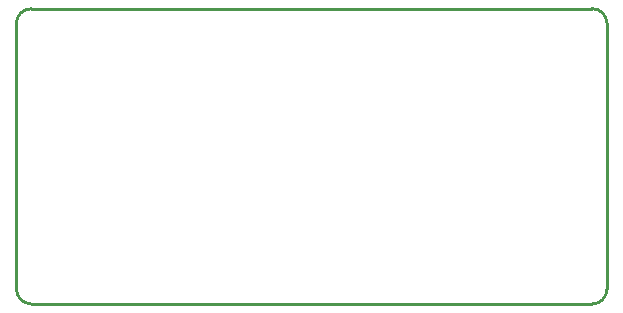
<source format=gm1>
%FSAX42Y42*%
%MOMM*%
G71*
G01*
G75*
G04 Layer_Color=16711935*
%ADD10R,1.50X1.30*%
%ADD11O,0.60X2.20*%
%ADD12R,1.30X1.50*%
%ADD13R,1.40X1.00*%
%ADD14R,1.02X1.90*%
%ADD15C,0.20*%
%ADD16C,1.00*%
%ADD17C,0.40*%
%ADD18C,0.25*%
%ADD19O,2.20X1.80*%
%ADD20C,1.20*%
%ADD21C,1.50*%
%ADD22R,1.50X1.50*%
%ADD23C,5.50*%
%ADD24C,2.20*%
%ADD25C,1.80*%
%ADD26C,0.80*%
%ADD27C,1.90*%
%ADD28C,4.00*%
%ADD29C,0.60*%
%ADD30C,0.25*%
%ADD31C,0.50*%
%ADD32C,0.20*%
%ADD33C,0.10*%
%ADD34R,1.70X1.50*%
%ADD35O,0.80X2.40*%
%ADD36R,1.50X1.70*%
%ADD37R,1.60X1.20*%
%ADD38O,2.40X2.00*%
%ADD39C,1.40*%
%ADD40C,1.70*%
%ADD41R,1.70X1.70*%
%ADD42C,5.70*%
%ADD43C,2.40*%
%ADD44C,2.00*%
%ADD45C,4.20*%
D18*
X005062Y010062D02*
G03*
X004938Y009938I000000J-000125D01*
G01*
X004938Y007688D02*
G03*
X005062Y007562I000125J000000D01*
G01*
X009812Y007562D02*
G03*
X009938Y007688I000000J000125D01*
G01*
X009938Y009938D02*
G03*
X009812Y010062I-000125J000000D01*
G01*
X005062D02*
X009812D01*
X004938Y007688D02*
Y009938D01*
X005062Y007562D02*
X009812D01*
X009938Y007688D02*
Y009938D01*
X005062Y010062D02*
G03*
X004938Y009938I000000J-000125D01*
G01*
X004938Y007688D02*
G03*
X005062Y007562I000125J000000D01*
G01*
X009812Y007562D02*
G03*
X009938Y007688I000000J000125D01*
G01*
X009938Y009938D02*
G03*
X009812Y010062I-000125J000000D01*
G01*
X005062D02*
X009812D01*
X004938Y007688D02*
Y009938D01*
X005062Y007562D02*
X009812D01*
X009938Y007688D02*
Y009938D01*
M02*

</source>
